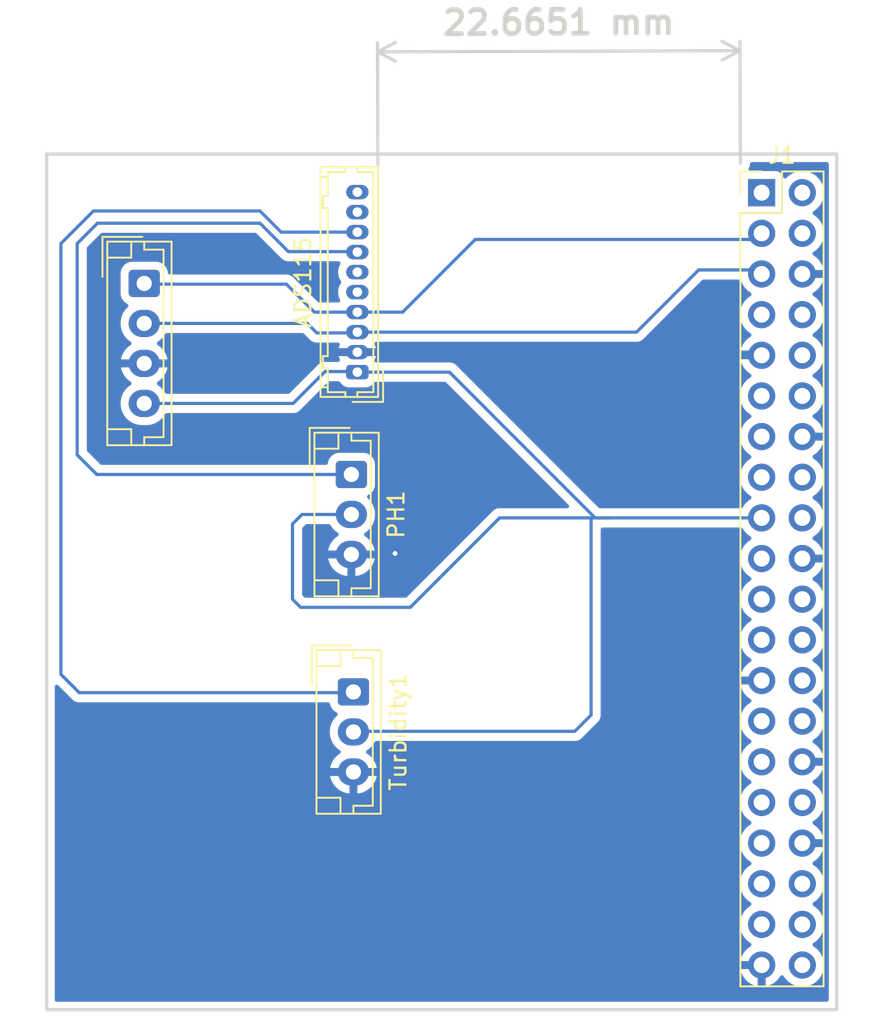
<source format=kicad_pcb>
(kicad_pcb (version 20240108) (generator "pcbnew") (generator_version "8.0")
  (layers (0 "F.Cu" signal) (31 "B.Cu" signal) (34 "B.Paste" user) (35 "F.Paste" user) (36 "B.SilkS" user "B.Silkscreen") (37 "F.SilkS" user "F.Silkscreen") (38 "B.Mask" user) (39 "F.Mask" user) (44 "Edge.Cuts" user))
  (net 0 "")
  (net 18 "Net-(J1-5V-Pad2)")
  (net 28 "SDA")
  (net 29 "GND")
  (net 30 "+3.3V")
  (net 31 "SCL")
  (net 32 "A1")
  (net 33 "A0")
  (footprint "Connector_Hirose:Hirose_DF13-10P-1.25DSA_1x10_P1.25mm_Vertical" (layer "F.Cu") (at 132.707 49.059 90)
    (property "Reference" "ADS115" (at 5.62 -3.4 90) (layer "F.SilkS"))
    (property "Value" "ADS115")
    (fp_line (start 12.8 -2.3) (end -1.55 -2.3) (stroke (width 0.12)) (layer "F.SilkS"))
    (fp_line (start -1.55 -2.3) (end -1.55 1.3) (stroke (width 0.12)) (layer "F.SilkS"))
    (fp_line (start 11 -2.15) (end 11 -1.85) (stroke (width 0.12)) (layer "F.SilkS"))
    (fp_line (start 10.25 -2.15) (end 11 -2.15) (stroke (width 0.12)) (layer "F.SilkS"))
    (fp_line (start 1 -2.15) (end 1 -1.85) (stroke (width 0.12)) (layer "F.SilkS"))
    (fp_line (start 0.25 -2.15) (end 1 -2.15) (stroke (width 0.12)) (layer "F.SilkS"))
    (fp_line (start 12.5 -1.85) (end 12.2 -1.85) (stroke (width 0.12)) (layer "F.SilkS"))
    (fp_line (start 12.2 -1.85) (end 12.2 -2.3) (stroke (width 0.12)) (layer "F.SilkS"))
    (fp_line (start 11 -1.85) (end 12.2 -1.85) (stroke (width 0.12)) (layer "F.SilkS"))
    (fp_line (start 10.25 -1.85) (end 10.25 -2.15) (stroke (width 0.12)) (layer "F.SilkS"))
    (fp_line (start 1 -1.85) (end 10.25 -1.85) (stroke (width 0.12)) (layer "F.SilkS"))
    (fp_line (start 0.25 -1.85) (end 0.25 -2.15) (stroke (width 0.12)) (layer "F.SilkS"))
    (fp_line (start -0.95 -1.85) (end -0.95 -2.3) (stroke (width 0.12)) (layer "F.SilkS"))
    (fp_line (start -0.95 -1.85) (end 0.25 -1.85) (stroke (width 0.12)) (layer "F.SilkS"))
    (fp_line (start -1.25 -1.85) (end -0.95 -1.85) (stroke (width 0.12)) (layer "F.SilkS"))
    (fp_line (start 12.8 -0.75) (end 12.5 -0.75) (stroke (width 0.12)) (layer "F.SilkS"))
    (fp_line (start 12.5 -0.75) (end 12.5 -1.85) (stroke (width 0.12)) (layer "F.SilkS"))
    (fp_line (start -1.25 -0.75) (end -1.25 -1.85) (stroke (width 0.12)) (layer "F.SilkS"))
    (fp_line (start -1.55 -0.75) (end -1.25 -0.75) (stroke (width 0.12)) (layer "F.SilkS"))
    (fp_line (start -1.86 -0.3) (end -1.86 1.61) (stroke (width 0.12)) (layer "F.SilkS"))
    (fp_line (start 12.5 0) (end 12.8 0) (stroke (width 0.12)) (layer "F.SilkS"))
    (fp_line (start -1.25 0) (end -1.25 1) (stroke (width 0.12)) (layer "F.SilkS"))
    (fp_line (start -1.55 0) (end -1.25 0) (stroke (width 0.12)) (layer "F.SilkS"))
    (fp_line (start 12.5 1) (end 12.5 0) (stroke (width 0.12)) (layer "F.SilkS"))
    (fp_line (start -1.25 1) (end 12.5 1) (stroke (width 0.12)) (layer "F.SilkS"))
    (fp_line (start 12.8 1.3) (end 12.8 -2.3) (stroke (width 0.12)) (layer "F.SilkS"))
    (fp_line (start -1.55 1.3) (end 12.8 1.3) (stroke (width 0.12)) (layer "F.SilkS"))
    (fp_line (start -1.86 1.61) (end 0.05 1.61) (stroke (width 0.12)) (layer "F.SilkS"))
    (pad "1" thru_hole roundrect (at 0 0 90) (size 0.9 1.4) (drill 0.6) (layers "*.Cu" "*.Mask") (net 30 "+3.3V"))
    (pad "2" thru_hole oval (at 1.25 0 90) (size 0.9 1.4) (drill 0.6) (layers "*.Cu" "*.Mask") (net 29 "GND"))
    (pad "3" thru_hole oval (at 2.5 0 90) (size 0.9 1.4) (drill 0.6) (layers "*.Cu" "*.Mask") (net 31 "SCL"))
    (pad "4" thru_hole oval (at 3.75 0 90) (size 0.9 1.4) (drill 0.6) (layers "*.Cu" "*.Mask") (net 28 "SDA"))
    (pad "5" thru_hole oval (at 5 0 90) (size 0.9 1.4) (drill 0.6) (layers "*.Cu" "*.Mask"))
    (pad "6" thru_hole oval (at 6.25 0 90) (size 0.9 1.4) (drill 0.6) (layers "*.Cu" "*.Mask"))
    (pad "7" thru_hole oval (at 7.5 0 90) (size 0.9 1.4) (drill 0.6) (layers "*.Cu" "*.Mask") (net 33 "A0"))
    (pad "8" thru_hole oval (at 8.75 0 90) (size 0.9 1.4) (drill 0.6) (layers "*.Cu" "*.Mask") (net 32 "A1"))
    (pad "9" thru_hole oval (at 10 0 90) (size 0.9 1.4) (drill 0.6) (layers "*.Cu" "*.Mask"))
    (pad "10" thru_hole oval (at 11.25 0 90) (size 0.9 1.4) (drill 0.6) (layers "*.Cu" "*.Mask"))
  )
  (footprint "Connector_JST:JST_EH_B3B-EH-A_1x03_P2.50mm_Vertical" (layer "F.Cu") (at 132.461 69.041 -90)
    (property "Reference" "Turbidity1" (at 2.5 -2.8 90) (layer "F.SilkS"))
    (property "Value" "Turbidity")
    (fp_line (start -2.91 2.61) (end -0.41 2.61) (stroke (width 0.12)) (layer "F.SilkS"))
    (fp_line (start -2.61 2.31) (end 7.61 2.31) (stroke (width 0.12)) (layer "F.SilkS"))
    (fp_line (start 7.61 2.31) (end 7.61 -1.71) (stroke (width 0.12)) (layer "F.SilkS"))
    (fp_line (start -2.61 0.81) (end -1.61 0.81) (stroke (width 0.12)) (layer "F.SilkS"))
    (fp_line (start -1.61 0.81) (end -1.61 2.31) (stroke (width 0.12)) (layer "F.SilkS"))
    (fp_line (start 6.61 0.81) (end 6.61 2.31) (stroke (width 0.12)) (layer "F.SilkS"))
    (fp_line (start 7.61 0.81) (end 6.61 0.81) (stroke (width 0.12)) (layer "F.SilkS"))
    (fp_line (start -2.91 0.11) (end -2.91 2.61) (stroke (width 0.12)) (layer "F.SilkS"))
    (fp_line (start -2.61 0) (end -2.11 0) (stroke (width 0.12)) (layer "F.SilkS"))
    (fp_line (start -2.11 0) (end -2.11 -1.21) (stroke (width 0.12)) (layer "F.SilkS"))
    (fp_line (start 7.11 0) (end 7.61 0) (stroke (width 0.12)) (layer "F.SilkS"))
    (fp_line (start -2.11 -1.21) (end 7.11 -1.21) (stroke (width 0.12)) (layer "F.SilkS"))
    (fp_line (start 7.11 -1.21) (end 7.11 0) (stroke (width 0.12)) (layer "F.SilkS"))
    (fp_line (start -2.61 -1.71) (end -2.61 2.31) (stroke (width 0.12)) (layer "F.SilkS"))
    (fp_line (start 7.61 -1.71) (end -2.61 -1.71) (stroke (width 0.12)) (layer "F.SilkS"))
    (pad "1" thru_hole roundrect (at 0 0 270) (size 1.7 1.95) (drill 0.95) (layers "*.Cu" "*.Mask") (roundrect_rratio 0.147059) (net 32 "A1"))
    (pad "2" thru_hole oval (at 2.5 0 270) (size 1.7 1.95) (drill 0.95) (layers "*.Cu" "*.Mask") (net 30 "+3.3V"))
    (pad "3" thru_hole oval (at 5 0 270) (size 1.7 1.95) (drill 0.95) (layers "*.Cu" "*.Mask") (net 29 "GND"))
  )
  (footprint "Connector_JST:JST_EH_B3B-EH-A_1x03_P2.50mm_Vertical" (layer "F.Cu") (at 132.334 55.452 -90)
    (property "Reference" "PH1" (at 2.5 -2.8 90) (layer "F.SilkS"))
    (property "Value" "ph meter")
    (fp_line (start -2.91 2.61) (end -0.41 2.61) (stroke (width 0.12)) (layer "F.SilkS"))
    (fp_line (start -2.61 2.31) (end 7.61 2.31) (stroke (width 0.12)) (layer "F.SilkS"))
    (fp_line (start 7.61 2.31) (end 7.61 -1.71) (stroke (width 0.12)) (layer "F.SilkS"))
    (fp_line (start -2.61 0.81) (end -1.61 0.81) (stroke (width 0.12)) (layer "F.SilkS"))
    (fp_line (start -1.61 0.81) (end -1.61 2.31) (stroke (width 0.12)) (layer "F.SilkS"))
    (fp_line (start 6.61 0.81) (end 6.61 2.31) (stroke (width 0.12)) (layer "F.SilkS"))
    (fp_line (start 7.61 0.81) (end 6.61 0.81) (stroke (width 0.12)) (layer "F.SilkS"))
    (fp_line (start -2.91 0.11) (end -2.91 2.61) (stroke (width 0.12)) (layer "F.SilkS"))
    (fp_line (start -2.61 0) (end -2.11 0) (stroke (width 0.12)) (layer "F.SilkS"))
    (fp_line (start -2.11 0) (end -2.11 -1.21) (stroke (width 0.12)) (layer "F.SilkS"))
    (fp_line (start 7.11 0) (end 7.61 0) (stroke (width 0.12)) (layer "F.SilkS"))
    (fp_line (start -2.11 -1.21) (end 7.11 -1.21) (stroke (width 0.12)) (layer "F.SilkS"))
    (fp_line (start 7.11 -1.21) (end 7.11 0) (stroke (width 0.12)) (layer "F.SilkS"))
    (fp_line (start -2.61 -1.71) (end -2.61 2.31) (stroke (width 0.12)) (layer "F.SilkS"))
    (fp_line (start 7.61 -1.71) (end -2.61 -1.71) (stroke (width 0.12)) (layer "F.SilkS"))
    (pad "1" thru_hole roundrect (at 0 0 270) (size 1.7 1.95) (drill 0.95) (layers "*.Cu" "*.Mask") (roundrect_rratio 0.147059) (net 33 "A0"))
    (pad "2" thru_hole oval (at 2.5 0 270) (size 1.7 1.95) (drill 0.95) (layers "*.Cu" "*.Mask") (net 30 "+3.3V"))
    (pad "3" thru_hole oval (at 5 0 270) (size 1.7 1.95) (drill 0.95) (layers "*.Cu" "*.Mask") (net 29 "GND"))
  )
  (footprint "Connector_JST:JST_EH_B4B-EH-A_1x04_P2.50mm_Vertical" (layer "F.Cu") (at 119.38 43.514 -90)
    (property "Reference" "Ultrasonic1" (hide yes))
    (property "Value" "URM-09")
    (fp_line (start -2.91 2.61) (end -0.41 2.61) (stroke (width 0.12)) (layer "F.SilkS"))
    (fp_line (start -2.61 2.31) (end 10.11 2.31) (stroke (width 0.12)) (layer "F.SilkS"))
    (fp_line (start 10.11 2.31) (end 10.11 -1.71) (stroke (width 0.12)) (layer "F.SilkS"))
    (fp_line (start -2.61 0.81) (end -1.61 0.81) (stroke (width 0.12)) (layer "F.SilkS"))
    (fp_line (start -1.61 0.81) (end -1.61 2.31) (stroke (width 0.12)) (layer "F.SilkS"))
    (fp_line (start 9.11 0.81) (end 9.11 2.31) (stroke (width 0.12)) (layer "F.SilkS"))
    (fp_line (start 10.11 0.81) (end 9.11 0.81) (stroke (width 0.12)) (layer "F.SilkS"))
    (fp_line (start -2.91 0.11) (end -2.91 2.61) (stroke (width 0.12)) (layer "F.SilkS"))
    (fp_line (start -2.61 0) (end -2.11 0) (stroke (width 0.12)) (layer "F.SilkS"))
    (fp_line (start -2.11 0) (end -2.11 -1.21) (stroke (width 0.12)) (layer "F.SilkS"))
    (fp_line (start 9.61 0) (end 10.11 0) (stroke (width 0.12)) (layer "F.SilkS"))
    (fp_line (start -2.11 -1.21) (end 9.61 -1.21) (stroke (width 0.12)) (layer "F.SilkS"))
    (fp_line (start 9.61 -1.21) (end 9.61 0) (stroke (width 0.12)) (layer "F.SilkS"))
    (fp_line (start -2.61 -1.71) (end -2.61 2.31) (stroke (width 0.12)) (layer "F.SilkS"))
    (fp_line (start 10.11 -1.71) (end -2.61 -1.71) (stroke (width 0.12)) (layer "F.SilkS"))
    (pad "1" thru_hole roundrect (at 0 0 270) (size 1.7 1.95) (drill 0.95) (layers "*.Cu" "*.Mask") (roundrect_rratio 0.147059) (net 28 "SDA"))
    (pad "2" thru_hole oval (at 2.5 0 270) (size 1.7 1.95) (drill 0.95) (layers "*.Cu" "*.Mask") (net 31 "SCL"))
    (pad "3" thru_hole oval (at 5 0 270) (size 1.7 1.95) (drill 0.95) (layers "*.Cu" "*.Mask") (net 29 "GND"))
    (pad "4" thru_hole oval (at 7.5 0 270) (size 1.7 1.95) (drill 0.95) (layers "*.Cu" "*.Mask") (net 30 "+3.3V"))
  )
  (footprint "Connector_PinHeader_2.54mm:PinHeader_2x20_P2.54mm_Vertical" (layer "F.Cu") (at 157.988 37.846)
    (property "Reference" "J1" (at 1.27 -2.33 0) (layer "F.SilkS"))
    (property "Value" "Raspberry_Pi_2_3")
    (fp_line (start -1.33 -1.33) (end 0 -1.33) (stroke (width 0.12)) (layer "F.SilkS"))
    (fp_line (start -1.33 0) (end -1.33 -1.33) (stroke (width 0.12)) (layer "F.SilkS"))
    (fp_line (start -1.33 1.27) (end -1.33 49.59) (stroke (width 0.12)) (layer "F.SilkS"))
    (fp_line (start -1.33 1.27) (end 1.27 1.27) (stroke (width 0.12)) (layer "F.SilkS"))
    (fp_line (start -1.33 49.59) (end 3.87 49.59) (stroke (width 0.12)) (layer "F.SilkS"))
    (fp_line (start 1.27 -1.33) (end 3.87 -1.33) (stroke (width 0.12)) (layer "F.SilkS"))
    (fp_line (start 1.27 1.27) (end 1.27 -1.33) (stroke (width 0.12)) (layer "F.SilkS"))
    (fp_line (start 3.87 -1.33) (end 3.87 49.59) (stroke (width 0.12)) (layer "F.SilkS"))
    (pad "1" thru_hole rect (at 0 0) (size 1.7 1.7) (drill 1) (layers "*.Cu" "*.Mask") (net 30 "+3.3V"))
    (pad "2" thru_hole oval (at 2.54 0) (size 1.7 1.7) (drill 1) (layers "*.Cu" "*.Mask") (net 18 "Net-(J1-5V-Pad2)"))
    (pad "3" thru_hole oval (at 0 2.54) (size 1.7 1.7) (drill 1) (layers "*.Cu" "*.Mask") (net 28 "SDA"))
    (pad "4" thru_hole oval (at 2.54 2.54) (size 1.7 1.7) (drill 1) (layers "*.Cu" "*.Mask") (net 18 "Net-(J1-5V-Pad2)"))
    (pad "5" thru_hole oval (at 0 5.08) (size 1.7 1.7) (drill 1) (layers "*.Cu" "*.Mask") (net 31 "SCL"))
    (pad "6" thru_hole oval (at 2.54 5.08) (size 1.7 1.7) (drill 1) (layers "*.Cu" "*.Mask") (net 29 "GND"))
    (pad "7" thru_hole oval (at 0 7.62) (size 1.7 1.7) (drill 1) (layers "*.Cu" "*.Mask"))
    (pad "8" thru_hole oval (at 2.54 7.62) (size 1.7 1.7) (drill 1) (layers "*.Cu" "*.Mask"))
    (pad "9" thru_hole oval (at 0 10.16) (size 1.7 1.7) (drill 1) (layers "*.Cu" "*.Mask") (net 29 "GND"))
    (pad "10" thru_hole oval (at 2.54 10.16) (size 1.7 1.7) (drill 1) (layers "*.Cu" "*.Mask"))
    (pad "11" thru_hole oval (at 0 12.7) (size 1.7 1.7) (drill 1) (layers "*.Cu" "*.Mask"))
    (pad "12" thru_hole oval (at 2.54 12.7) (size 1.7 1.7) (drill 1) (layers "*.Cu" "*.Mask"))
    (pad "13" thru_hole oval (at 0 15.24) (size 1.7 1.7) (drill 1) (layers "*.Cu" "*.Mask"))
    (pad "14" thru_hole oval (at 2.54 15.24) (size 1.7 1.7) (drill 1) (layers "*.Cu" "*.Mask") (net 29 "GND"))
    (pad "15" thru_hole oval (at 0 17.78) (size 1.7 1.7) (drill 1) (layers "*.Cu" "*.Mask"))
    (pad "16" thru_hole oval (at 2.54 17.78) (size 1.7 1.7) (drill 1) (layers "*.Cu" "*.Mask"))
    (pad "17" thru_hole oval (at 0 20.32) (size 1.7 1.7) (drill 1) (layers "*.Cu" "*.Mask") (net 30 "+3.3V"))
    (pad "18" thru_hole oval (at 2.54 20.32) (size 1.7 1.7) (drill 1) (layers "*.Cu" "*.Mask"))
    (pad "19" thru_hole oval (at 0 22.86) (size 1.7 1.7) (drill 1) (layers "*.Cu" "*.Mask"))
    (pad "20" thru_hole oval (at 2.54 22.86) (size 1.7 1.7) (drill 1) (layers "*.Cu" "*.Mask") (net 29 "GND"))
    (pad "21" thru_hole oval (at 0 25.4) (size 1.7 1.7) (drill 1) (layers "*.Cu" "*.Mask"))
    (pad "22" thru_hole oval (at 2.54 25.4) (size 1.7 1.7) (drill 1) (layers "*.Cu" "*.Mask"))
    (pad "23" thru_hole oval (at 0 27.94) (size 1.7 1.7) (drill 1) (layers "*.Cu" "*.Mask"))
    (pad "24" thru_hole oval (at 2.54 27.94) (size 1.7 1.7) (drill 1) (layers "*.Cu" "*.Mask"))
    (pad "25" thru_hole oval (at 0 30.48) (size 1.7 1.7) (drill 1) (layers "*.Cu" "*.Mask") (net 29 "GND"))
    (pad "26" thru_hole oval (at 2.54 30.48) (size 1.7 1.7) (drill 1) (layers "*.Cu" "*.Mask"))
    (pad "27" thru_hole oval (at 0 33.02) (size 1.7 1.7) (drill 1) (layers "*.Cu" "*.Mask"))
    (pad "28" thru_hole oval (at 2.54 33.02) (size 1.7 1.7) (drill 1) (layers "*.Cu" "*.Mask"))
    (pad "29" thru_hole oval (at 0 35.56) (size 1.7 1.7) (drill 1) (layers "*.Cu" "*.Mask"))
    (pad "30" thru_hole oval (at 2.54 35.56) (size 1.7 1.7) (drill 1) (layers "*.Cu" "*.Mask") (net 29 "GND"))
    (pad "31" thru_hole oval (at 0 38.1) (size 1.7 1.7) (drill 1) (layers "*.Cu" "*.Mask"))
    (pad "32" thru_hole oval (at 2.54 38.1) (size 1.7 1.7) (drill 1) (layers "*.Cu" "*.Mask"))
    (pad "33" thru_hole oval (at 0 40.64) (size 1.7 1.7) (drill 1) (layers "*.Cu" "*.Mask"))
    (pad "34" thru_hole oval (at 2.54 40.64) (size 1.7 1.7) (drill 1) (layers "*.Cu" "*.Mask") (net 29 "GND"))
    (pad "35" thru_hole oval (at 0 43.18) (size 1.7 1.7) (drill 1) (layers "*.Cu" "*.Mask"))
    (pad "36" thru_hole oval (at 2.54 43.18) (size 1.7 1.7) (drill 1) (layers "*.Cu" "*.Mask"))
    (pad "37" thru_hole oval (at 0 45.72) (size 1.7 1.7) (drill 1) (layers "*.Cu" "*.Mask"))
    (pad "38" thru_hole oval (at 2.54 45.72) (size 1.7 1.7) (drill 1) (layers "*.Cu" "*.Mask"))
    (pad "39" thru_hole oval (at 0 48.26) (size 1.7 1.7) (drill 1) (layers "*.Cu" "*.Mask") (net 29 "GND"))
    (pad "40" thru_hole oval (at 2.54 48.26) (size 1.7 1.7) (drill 1) (layers "*.Cu" "*.Mask"))
  )
  (gr_rect (start 113.284 35.433) (end 162.687 88.9) (stroke (width 0.2)) (fill none) (layer "Edge.Cuts"))
  (dimension (type aligned) (layer "Edge.Cuts") (pts (xy 156.658 36.516) (xy 133.993 36.591)) (height 7.543528) (gr_text "22,6651 mm" (at 145.294582 27.210023 0.1895948722) (layer "Edge.Cuts") (effects (font (size 1.5 1.5) (thickness 0.3)))) (format (prefix "") (suffix "") (units 3) (units_format 1) (precision 4)) (style (thickness 0.2) (arrow_length 1.27) (text_position_mode 0) (extension_height 0.58642) (extension_offset 0.5) keep_text_aligned))
  (segment (start 132.707 45.309) (end 135.539 45.309) (width 0.2) (layer "B.Cu") (net 28))
  (segment (start 119.38 43.514) (end 119.427 43.561) (width 0.2) (layer "B.Cu") (net 28))
  (segment (start 128.27 43.561) (end 130.018 45.309) (width 0.2) (layer "B.Cu") (net 28))
  (segment (start 140.081 40.767) (end 157.607 40.767) (width 0.2) (layer "B.Cu") (net 28))
  (segment (start 135.539 45.309) (end 140.081 40.767) (width 0.2) (layer "B.Cu") (net 28))
  (segment (start 119.427 43.561) (end 128.27 43.561) (width 0.2) (layer "B.Cu") (net 28))
  (segment (start 130.018 45.309) (end 132.707 45.309) (width 0.2) (layer "B.Cu") (net 28))
  (segment (start 157.607 40.767) (end 157.988 40.386) (width 0.2) (layer "B.Cu") (net 28))
  (via (at 135.0645 60.3885) (size 0.6) (drill 0.3) (layers "F.Cu" "B.Cu") (net 29))
  (segment (start 116.205 53.594) (end 116.205 49.022) (width 0.2) (layer "B.Cu") (net 29))
  (segment (start 156.083 47.809) (end 157.791 47.809) (width 0.2) (layer "B.Cu") (net 29))
  (segment (start 129.794 48.514) (end 130.429 47.879) (width 0.2) (layer "B.Cu") (net 29))
  (segment (start 136.398 52.578) (end 135.763 51.943) (width 0.2) (layer "B.Cu") (net 29))
  (segment (start 116.713 48.514) (end 119.38 48.514) (width 0.2) (layer "B.Cu") (net 29))
  (segment (start 146.05 74.041) (end 151.765 68.326) (width 0.2) (layer "B.Cu") (net 29))
  (segment (start 124.587 54.483) (end 117.094 54.483) (width 0.2) (layer "B.Cu") (net 29))
  (segment (start 130.429 47.879) (end 132.637 47.879) (width 0.2) (layer "B.Cu") (net 29))
  (segment (start 135.0645 60.3885) (end 136.398 59.055) (width 0.2) (layer "B.Cu") (net 29))
  (segment (start 135.001 60.452) (end 135.0645 60.3885) (width 0.2) (layer "B.Cu") (net 29))
  (segment (start 132.334 60.452) (end 135.001 60.452) (width 0.2) (layer "B.Cu") (net 29))
  (segment (start 132.707 47.809) (end 156.083 47.809) (width 0.2) (layer "B.Cu") (net 29))
  (segment (start 132.461 74.041) (end 135.382 74.041) (width 0.2) (layer "B.Cu") (net 29))
  (segment (start 136.398 59.055) (end 136.398 52.578) (width 0.2) (layer "B.Cu") (net 29))
  (segment (start 127.127 51.943) (end 124.587 54.483) (width 0.2) (layer "B.Cu") (net 29))
  (segment (start 135.763 51.943) (end 127.127 51.943) (width 0.2) (layer "B.Cu") (net 29))
  (segment (start 119.38 48.514) (end 129.794 48.514) (width 0.2) (layer "B.Cu") (net 29))
  (segment (start 117.094 54.483) (end 116.205 53.594) (width 0.2) (layer "B.Cu") (net 29))
  (segment (start 135.636 74.041) (end 146.05 74.041) (width 0.2) (layer "B.Cu") (net 29))
  (segment (start 116.205 49.022) (end 116.713 48.514) (width 0.2) (layer "B.Cu") (net 29))
  (segment (start 135.382 74.041) (end 135.636 74.041) (width 0.2) (layer "B.Cu") (net 29))
  (segment (start 157.747 48.247) (end 157.988 48.006) (width 0.2) (layer "B.Cu") (net 29))
  (segment (start 132.637 47.879) (end 132.707 47.809) (width 0.2) (layer "B.Cu") (net 29))
  (segment (start 156.083 68.326) (end 157.988 68.326) (width 0.2) (layer "B.Cu") (net 29))
  (segment (start 157.791 47.809) (end 157.988 48.006) (width 0.2) (layer "B.Cu") (net 29))
  (segment (start 151.765 68.326) (end 156.083 68.326) (width 0.2) (layer "B.Cu") (net 29))
  (segment (start 147.32 57.912) (end 147.574 58.166) (width 0.2) (layer "B.Cu") (net 30))
  (segment (start 128.691 51.014) (end 130.683 49.022) (width 0.2) (layer "B.Cu") (net 30))
  (segment (start 129.159 63.754) (end 136.017 63.754) (width 0.2) (layer "B.Cu") (net 30))
  (segment (start 147.574 58.166) (end 148.463 58.166) (width 0.2) (layer "B.Cu") (net 30))
  (segment (start 132.501 71.501) (end 146.304 71.501) (width 0.2) (layer "B.Cu") (net 30))
  (segment (start 129.246 57.952) (end 128.651 58.547) (width 0.2) (layer "B.Cu") (net 30))
  (segment (start 146.304 71.501) (end 147.32 70.485) (width 0.2) (layer "B.Cu") (net 30))
  (segment (start 132.461 71.541) (end 132.501 71.501) (width 0.2) (layer "B.Cu") (net 30))
  (segment (start 138.467 49.059) (end 147.1295 57.7215) (width 0.2) (layer "B.Cu") (net 30))
  (segment (start 147.1295 57.7215) (end 147.32 57.912) (width 0.2) (layer "B.Cu") (net 30))
  (segment (start 128.651 58.547) (end 128.651 63.246) (width 0.2) (layer "B.Cu") (net 30))
  (segment (start 132.67 49.022) (end 132.707 49.059) (width 0.2) (layer "B.Cu") (net 30))
  (segment (start 141.605 58.166) (end 148.463 58.166) (width 0.2) (layer "B.Cu") (net 30))
  (segment (start 119.38 51.014) (end 128.691 51.014) (width 0.2) (layer "B.Cu") (net 30))
  (segment (start 130.683 49.022) (end 132.67 49.022) (width 0.2) (layer "B.Cu") (net 30))
  (segment (start 148.463 58.166) (end 157.988 58.166) (width 0.2) (layer "B.Cu") (net 30))
  (segment (start 132.707 49.059) (end 138.467 49.059) (width 0.2) (layer "B.Cu") (net 30))
  (segment (start 128.651 63.246) (end 129.159 63.754) (width 0.2) (layer "B.Cu") (net 30))
  (segment (start 136.017 63.754) (end 141.605 58.166) (width 0.2) (layer "B.Cu") (net 30))
  (segment (start 132.334 57.952) (end 129.246 57.952) (width 0.2) (layer "B.Cu") (net 30))
  (segment (start 147.32 70.485) (end 147.32 58.206) (width 0.2) (layer "B.Cu") (net 30))
  (segment (start 157.734 42.672) (end 157.988 42.926) (width 0.2) (layer "B.Cu") (net 31))
  (segment (start 119.38 46.014) (end 129.58 46.014) (width 0.2) (layer "B.Cu") (net 31))
  (segment (start 132.707 46.559) (end 150.164 46.559) (width 0.2) (layer "B.Cu") (net 31))
  (segment (start 130.175 46.609) (end 132.657 46.609) (width 0.2) (layer "B.Cu") (net 31))
  (segment (start 150.164 46.559) (end 154.051 42.672) (width 0.2) (layer "B.Cu") (net 31))
  (segment (start 154.051 42.672) (end 157.734 42.672) (width 0.2) (layer "B.Cu") (net 31))
  (segment (start 119.38 46.014) (end 119.413 45.981) (width 0.2) (layer "B.Cu") (net 31))
  (segment (start 129.58 46.014) (end 130.175 46.609) (width 0.2) (layer "B.Cu") (net 31))
  (segment (start 132.657 46.609) (end 132.707 46.559) (width 0.2) (layer "B.Cu") (net 31))
  (segment (start 127.939 40.309) (end 132.707 40.309) (width 0.2) (layer "B.Cu") (net 32))
  (segment (start 132.414 69.088) (end 115.316 69.088) (width 0.2) (layer "B.Cu") (net 32))
  (segment (start 114.173 41.021) (end 116.205 38.989) (width 0.2) (layer "B.Cu") (net 32))
  (segment (start 132.461 69.041) (end 132.414 69.088) (width 0.2) (layer "B.Cu") (net 32))
  (segment (start 126.619 38.989) (end 127.939 40.309) (width 0.2) (layer "B.Cu") (net 32))
  (segment (start 114.173 67.945) (end 114.173 41.021) (width 0.2) (layer "B.Cu") (net 32))
  (segment (start 116.205 38.989) (end 126.619 38.989) (width 0.2) (layer "B.Cu") (net 32))
  (segment (start 115.316 69.088) (end 114.173 67.945) (width 0.2) (layer "B.Cu") (net 32))
  (segment (start 116.412 55.452) (end 115.189 54.229) (width 0.2) (layer "B.Cu") (net 33))
  (segment (start 115.189 54.229) (end 115.189 41.021) (width 0.2) (layer "B.Cu") (net 33))
  (segment (start 115.189 41.021) (end 116.459 39.751) (width 0.2) (layer "B.Cu") (net 33))
  (segment (start 126.619 39.751) (end 128.397 41.529) (width 0.2) (layer "B.Cu") (net 33))
  (segment (start 116.459 39.751) (end 126.619 39.751) (width 0.2) (layer "B.Cu") (net 33))
  (segment (start 128.397 41.529) (end 132.677 41.529) (width 0.2) (layer "B.Cu") (net 33))
  (segment (start 132.334 55.452) (end 116.412 55.452) (width 0.2) (layer "B.Cu") (net 33))
  (segment (start 132.677 41.529) (end 132.707 41.559) (width 0.2) (layer "B.Cu") (net 33))
  (zone (net 29) (net_name "GND") (layer "B.Cu") (connect_pads (clearance 0.5)) (min_thickness 0.25) (fill yes (thermal_gap 0.5) (thermal_bridge_width 0.5))
    (polygon (pts (xy 110.363 33.02) (xy 163.322 33.02) (xy 163.322 89.789) (xy 110.617 89.789)))
  )
)
</source>
